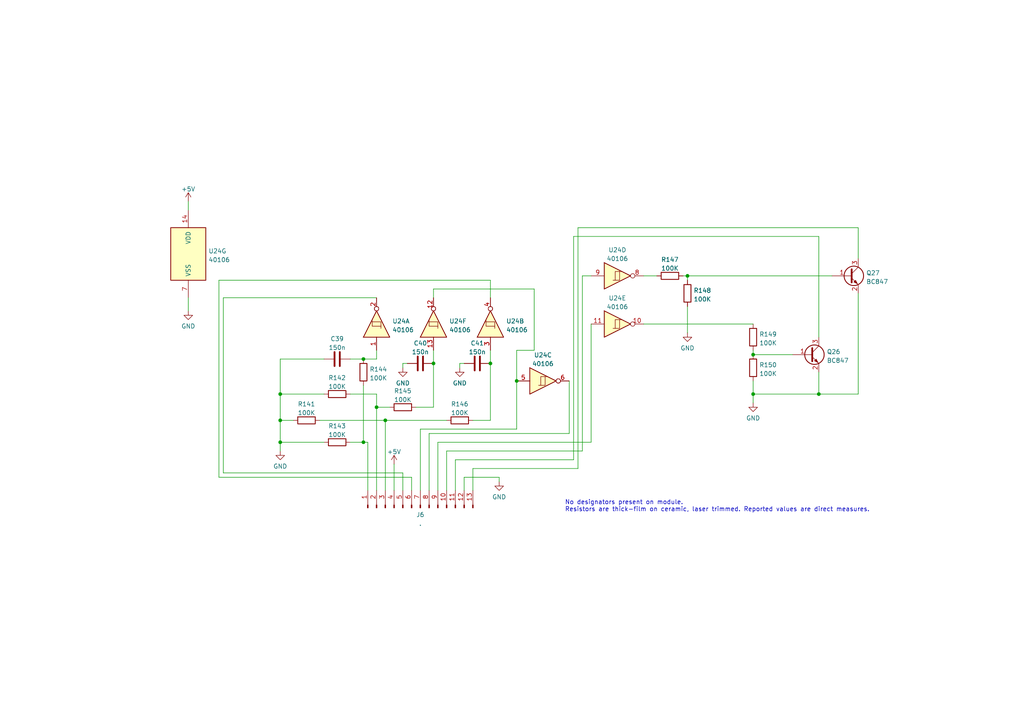
<source format=kicad_sch>
(kicad_sch (version 20231120) (generator "eeschema") (generator_version "8.0")
  (paper "A4")
  (lib_symbols
    (symbol "+5V_3" (power) (pin_names (offset 0))
      (property "Value" "+5V_3" (at 0 3.556 0))
      (symbol "+5V_3_0_1"
        (polyline (pts (xy -0.762 1.27) (xy 0 2.54)))
        (polyline (pts (xy 0 0) (xy 0 2.54)))
        (polyline (pts (xy 0 2.54) (xy 0.762 1.27)))
      )
      (symbol "+5V_3_1_1"
        (pin power_in line (at 0 0 90) (length 0) hide (name "+5V") (number "1"))
      )
    )
    (symbol "4xxx:40106" (pin_names (offset 1.016))
      (property "Reference" "U" (at 0 1.27 0))
      (property "Value" "40106" (at 0 -1.27 0))
      (symbol "40106_1_0"
        (polyline (pts (xy -0.635 -1.27) (xy -0.635 1.27) (xy 0.635 1.27)))
        (polyline (pts (xy -3.81 3.81) (xy -3.81 -3.81) (xy 3.81 0) (xy -3.81 3.81)) (stroke (width 0.254)) (fill (type background)))
        (polyline (pts (xy -1.27 -1.27) (xy 0.635 -1.27) (xy 0.635 1.27) (xy 1.27 1.27)))
        (pin input line (at -7.62 0 0) (length 3.81) (name "~") (number "1"))
        (pin output inverted (at 7.62 0 180) (length 3.81) (name "~") (number "2"))
      )
      (symbol "40106_2_0"
        (polyline (pts (xy -0.635 -1.27) (xy -0.635 1.27) (xy 0.635 1.27)))
        (polyline (pts (xy -3.81 3.81) (xy -3.81 -3.81) (xy 3.81 0) (xy -3.81 3.81)) (stroke (width 0.254)) (fill (type background)))
        (polyline (pts (xy -1.27 -1.27) (xy 0.635 -1.27) (xy 0.635 1.27) (xy 1.27 1.27)))
        (pin input line (at -7.62 0 0) (length 3.81) (name "~") (number "3"))
        (pin output inverted (at 7.62 0 180) (length 3.81) (name "~") (number "4"))
      )
      (symbol "40106_3_0"
        (polyline (pts (xy -0.635 -1.27) (xy -0.635 1.27) (xy 0.635 1.27)))
        (polyline (pts (xy -3.81 3.81) (xy -3.81 -3.81) (xy 3.81 0) (xy -3.81 3.81)) (stroke (width 0.254)) (fill (type background)))
        (polyline (pts (xy -1.27 -1.27) (xy 0.635 -1.27) (xy 0.635 1.27) (xy 1.27 1.27)))
        (pin input line (at -7.62 0 0) (length 3.81) (name "~") (number "5"))
        (pin output inverted (at 7.62 0 180) (length 3.81) (name "~") (number "6"))
      )
      (symbol "40106_4_0"
        (polyline (pts (xy -0.635 -1.27) (xy -0.635 1.27) (xy 0.635 1.27)))
        (polyline (pts (xy -3.81 3.81) (xy -3.81 -3.81) (xy 3.81 0) (xy -3.81 3.81)) (stroke (width 0.254)) (fill (type background)))
        (polyline (pts (xy -1.27 -1.27) (xy 0.635 -1.27) (xy 0.635 1.27) (xy 1.27 1.27)))
        (pin output inverted (at 7.62 0 180) (length 3.81) (name "~") (number "8"))
        (pin input line (at -7.62 0 0) (length 3.81) (name "~") (number "9"))
      )
      (symbol "40106_5_0"
        (polyline (pts (xy -0.635 -1.27) (xy -0.635 1.27) (xy 0.635 1.27)))
        (polyline (pts (xy -3.81 3.81) (xy -3.81 -3.81) (xy 3.81 0) (xy -3.81 3.81)) (stroke (width 0.254)) (fill (type background)))
        (polyline (pts (xy -1.27 -1.27) (xy 0.635 -1.27) (xy 0.635 1.27) (xy 1.27 1.27)))
        (pin output inverted (at 7.62 0 180) (length 3.81) (name "~") (number "10"))
        (pin input line (at -7.62 0 0) (length 3.81) (name "~") (number "11"))
      )
      (symbol "40106_6_0"
        (polyline (pts (xy -0.635 -1.27) (xy -0.635 1.27) (xy 0.635 1.27)))
        (polyline (pts (xy -3.81 3.81) (xy -3.81 -3.81) (xy 3.81 0) (xy -3.81 3.81)) (stroke (width 0.254)) (fill (type background)))
        (polyline (pts (xy -1.27 -1.27) (xy 0.635 -1.27) (xy 0.635 1.27) (xy 1.27 1.27)))
        (pin output inverted (at 7.62 0 180) (length 3.81) (name "~") (number "12"))
        (pin input line (at -7.62 0 0) (length 3.81) (name "~") (number "13"))
      )
      (symbol "40106_7_0"
        (pin power_in line (at 0 12.7 270) (length 5.08) (name "VDD") (number "14"))
        (pin power_in line (at 0 -12.7 90) (length 5.08) (name "VSS") (number "7"))
      )
      (symbol "40106_7_1"
        (rectangle (start -5.08 7.62) (end 5.08 -7.62) (stroke (width 0.254)) (fill (type background)))
      )
    )
    (symbol "Connector:Conn_01x13_Male" (pin_names (offset 1.016) hide)
      (property "Reference" "J" (at 0 17.78 0))
      (property "Value" "Conn_01x13_Male" (at 0 -17.78 0))
      (symbol "Conn_01x13_Male_1_1"
        (polyline (pts (xy 1.27 -15.24) (xy 0.8636 -15.24)) (stroke (width 0.1524)))
        (polyline (pts (xy 1.27 -12.7) (xy 0.8636 -12.7)) (stroke (width 0.1524)))
        (polyline (pts (xy 1.27 -10.16) (xy 0.8636 -10.16)) (stroke (width 0.1524)))
        (polyline (pts (xy 1.27 -7.62) (xy 0.8636 -7.62)) (stroke (width 0.1524)))
        (polyline (pts (xy 1.27 -5.08) (xy 0.8636 -5.08)) (stroke (width 0.1524)))
        (polyline (pts (xy 1.27 -2.54) (xy 0.8636 -2.54)) (stroke (width 0.1524)))
        (polyline (pts (xy 1.27 0) (xy 0.8636 0)) (stroke (width 0.1524)))
        (polyline (pts (xy 1.27 2.54) (xy 0.8636 2.54)) (stroke (width 0.1524)))
        (polyline (pts (xy 1.27 5.08) (xy 0.8636 5.08)) (stroke (width 0.1524)))
        (polyline (pts (xy 1.27 7.62) (xy 0.8636 7.62)) (stroke (width 0.1524)))
        (polyline (pts (xy 1.27 10.16) (xy 0.8636 10.16)) (stroke (width 0.1524)))
        (polyline (pts (xy 1.27 12.7) (xy 0.8636 12.7)) (stroke (width 0.1524)))
        (polyline (pts (xy 1.27 15.24) (xy 0.8636 15.24)) (stroke (width 0.1524)))
        (rectangle (start 0.8636 -15.113) (end 0 -15.367) (stroke (width 0.1524)) (fill (type outline)))
        (rectangle (start 0.8636 -12.573) (end 0 -12.827) (stroke (width 0.1524)) (fill (type outline)))
        (rectangle (start 0.8636 -10.033) (end 0 -10.287) (stroke (width 0.1524)) (fill (type outline)))
        (rectangle (start 0.8636 -7.493) (end 0 -7.747) (stroke (width 0.1524)) (fill (type outline)))
        (rectangle (start 0.8636 -4.953) (end 0 -5.207) (stroke (width 0.1524)) (fill (type outline)))
        (rectangle (start 0.8636 -2.413) (end 0 -2.667) (stroke (width 0.1524)) (fill (type outline)))
        (rectangle (start 0.8636 0.127) (end 0 -0.127) (stroke (width 0.1524)) (fill (type outline)))
        (rectangle (start 0.8636 2.667) (end 0 2.413) (stroke (width 0.1524)) (fill (type outline)))
        (rectangle (start 0.8636 5.207) (end 0 4.953) (stroke (width 0.1524)) (fill (type outline)))
        (rectangle (start 0.8636 7.747) (end 0 7.493) (stroke (width 0.1524)) (fill (type outline)))
        (rectangle (start 0.8636 10.287) (end 0 10.033) (stroke (width 0.1524)) (fill (type outline)))
        (rectangle (start 0.8636 12.827) (end 0 12.573) (stroke (width 0.1524)) (fill (type outline)))
        (rectangle (start 0.8636 15.367) (end 0 15.113) (stroke (width 0.1524)) (fill (type outline)))
        (pin passive line (at 5.08 15.24 180) (length 3.81) (name "Pin_1") (number "1"))
        (pin passive line (at 5.08 -7.62 180) (length 3.81) (name "Pin_10") (number "10"))
        (pin passive line (at 5.08 -10.16 180) (length 3.81) (name "Pin_11") (number "11"))
        (pin passive line (at 5.08 -12.7 180) (length 3.81) (name "Pin_12") (number "12"))
        (pin passive line (at 5.08 -15.24 180) (length 3.81) (name "Pin_13") (number "13"))
        (pin passive line (at 5.08 12.7 180) (length 3.81) (name "Pin_2") (number "2"))
        (pin passive line (at 5.08 10.16 180) (length 3.81) (name "Pin_3") (number "3"))
        (pin passive line (at 5.08 7.62 180) (length 3.81) (name "Pin_4") (number "4"))
        (pin passive line (at 5.08 5.08 180) (length 3.81) (name "Pin_5") (number "5"))
        (pin passive line (at 5.08 2.54 180) (length 3.81) (name "Pin_6") (number "6"))
        (pin passive line (at 5.08 0 180) (length 3.81) (name "Pin_7") (number "7"))
        (pin passive line (at 5.08 -2.54 180) (length 3.81) (name "Pin_8") (number "8"))
        (pin passive line (at 5.08 -5.08 180) (length 3.81) (name "Pin_9") (number "9"))
      )
    )
    (symbol "Device:C" (pin_numbers hide) (pin_names (offset 0.254))
      (property "Reference" "C" (at 0.635 2.54 0))
      (property "Value" "C" (at 0.635 -2.54 0))
      (symbol "C_0_1"
        (polyline (pts (xy -2.032 -0.762) (xy 2.032 -0.762)) (stroke (width 0.508)))
        (polyline (pts (xy -2.032 0.762) (xy 2.032 0.762)) (stroke (width 0.508)))
      )
      (symbol "C_1_1"
        (pin passive line (at 0 3.81 270) (length 2.794) (name "~") (number "1"))
        (pin passive line (at 0 -3.81 90) (length 2.794) (name "~") (number "2"))
      )
    )
    (symbol "Device:R" (pin_numbers hide) (pin_names (offset 0))
      (property "Reference" "R" (at 2.032 0 90))
      (property "Value" "R" (at 0 0 90))
      (symbol "R_0_1"
        (rectangle (start -1.016 -2.54) (end 1.016 2.54) (stroke (width 0.254)))
      )
      (symbol "R_1_1"
        (pin passive line (at 0 3.81 270) (length 1.27) (name "~") (number "1"))
        (pin passive line (at 0 -3.81 90) (length 1.27) (name "~") (number "2"))
      )
    )
    (symbol "GND_4" (power) (pin_names (offset 0))
      (property "Value" "GND_4" (at 0 -3.81 0))
      (symbol "GND_4_0_1"
        (polyline (pts (xy 0 0) (xy 0 -1.27) (xy 1.27 -1.27) (xy 0 -2.54) (xy -1.27 -1.27) (xy 0 -1.27)))
      )
      (symbol "GND_4_1_1"
        (pin power_in line (at 0 0 270) (length 0) hide (name "GND") (number "1"))
      )
    )
    (symbol "Transistor_BJT:BC847" (pin_names (offset 0) hide)
      (property "Reference" "Q" (at 5.08 1.905 0))
      (property "Value" "BC847" (at 5.08 0 0))
      (symbol "BC847_0_1"
        (polyline (pts (xy 0.635 0.635) (xy 2.54 2.54)))
        (polyline (pts (xy 0.635 -0.635) (xy 2.54 -2.54) (xy 2.54 -2.54)))
        (polyline (pts (xy 0.635 1.905) (xy 0.635 -1.905) (xy 0.635 -1.905)) (stroke (width 0.508)))
        (polyline (pts (xy 1.27 -1.778) (xy 1.778 -1.27) (xy 2.286 -2.286) (xy 1.27 -1.778) (xy 1.27 -1.778)) (fill (type outline)))
        (circle (center 1.27 0) (radius 2.8194) (stroke (width 0.254)))
      )
      (symbol "BC847_1_1"
        (pin input line (at -5.08 0 0) (length 5.715) (name "B") (number "1"))
        (pin passive line (at 2.54 -5.08 90) (length 2.54) (name "E") (number "2"))
        (pin passive line (at 2.54 5.08 270) (length 2.54) (name "C") (number "3"))
      )
    )
  )
  (junction (at 105.41 128.27))
  (junction (at 109.22 118.11))
  (junction (at 81.28 114.3))
  (junction (at 237.49 114.3))
  (junction (at 105.41 104.14))
  (junction (at 125.73 105.41))
  (junction (at 218.44 114.3))
  (junction (at 199.39 80.01))
  (junction (at 142.24 105.41))
  (junction (at 218.44 102.87))
  (junction (at 149.86 110.49))
  (junction (at 111.76 121.92))
  (junction (at 81.28 128.27))
  (junction (at 81.28 121.92))
  (wire (pts (xy 237.49 68.58) (xy 237.49 97.79)))
  (wire (pts (xy 137.16 135.89) (xy 137.16 142.24)))
  (wire (pts (xy 101.6 104.14) (xy 105.41 104.14)))
  (wire (pts (xy 116.84 106.68) (xy 116.84 105.41)))
  (wire (pts (xy 237.49 107.95) (xy 237.49 114.3)))
  (wire (pts (xy 199.39 88.9) (xy 199.39 96.52)))
  (wire (pts (xy 93.98 128.27) (xy 81.28 128.27)))
  (wire (pts (xy 165.1 125.73) (xy 165.1 110.49)))
  (wire (pts (xy 142.24 105.41) (xy 142.24 121.92)))
  (wire (pts (xy 109.22 118.11) (xy 109.22 142.24)))
  (wire (pts (xy 142.24 81.28) (xy 142.24 86.36)))
  (wire (pts (xy 81.28 104.14) (xy 81.28 114.3)))
  (wire (pts (xy 144.78 138.43) (xy 144.78 139.7)))
  (wire (pts (xy 105.41 104.14) (xy 109.22 104.14)))
  (wire (pts (xy 63.5 138.43) (xy 63.5 81.28)))
  (wire (pts (xy 129.54 121.92) (xy 111.76 121.92)))
  (wire (pts (xy 149.86 124.46) (xy 149.86 110.49)))
  (wire (pts (xy 218.44 114.3) (xy 218.44 116.84)))
  (wire (pts (xy 81.28 114.3) (xy 81.28 121.92)))
  (wire (pts (xy 248.92 66.04) (xy 167.64 66.04)))
  (wire (pts (xy 93.98 104.14) (xy 81.28 104.14)))
  (wire (pts (xy 248.92 74.93) (xy 248.92 66.04)))
  (wire (pts (xy 129.54 142.24) (xy 129.54 130.81)))
  (wire (pts (xy 171.45 93.98) (xy 171.45 128.27)))
  (wire (pts (xy 132.08 133.35) (xy 166.37 133.35)))
  (wire (pts (xy 118.11 105.41) (xy 116.84 105.41)))
  (wire (pts (xy 186.69 80.01) (xy 190.5 80.01)))
  (wire (pts (xy 116.84 137.16) (xy 116.84 142.24)))
  (wire (pts (xy 127 128.27) (xy 171.45 128.27)))
  (wire (pts (xy 64.77 86.36) (xy 64.77 137.16)))
  (wire (pts (xy 109.22 118.11) (xy 113.03 118.11)))
  (wire (pts (xy 167.64 135.89) (xy 137.16 135.89)))
  (wire (pts (xy 186.69 93.98) (xy 218.44 93.98)))
  (wire (pts (xy 154.94 83.82) (xy 154.94 101.6)))
  (wire (pts (xy 125.73 101.6) (xy 125.73 105.41)))
  (wire (pts (xy 119.38 138.43) (xy 63.5 138.43)))
  (wire (pts (xy 111.76 121.92) (xy 111.76 142.24)))
  (wire (pts (xy 125.73 105.41) (xy 125.73 118.11)))
  (wire (pts (xy 114.3 134.62) (xy 114.3 142.24)))
  (wire (pts (xy 134.62 105.41) (xy 133.35 105.41)))
  (wire (pts (xy 101.6 114.3) (xy 109.22 114.3)))
  (wire (pts (xy 81.28 121.92) (xy 81.28 128.27)))
  (wire (pts (xy 132.08 142.24) (xy 132.08 133.35)))
  (wire (pts (xy 199.39 80.01) (xy 199.39 81.28)))
  (wire (pts (xy 168.91 80.01) (xy 171.45 80.01)))
  (wire (pts (xy 134.62 138.43) (xy 144.78 138.43)))
  (wire (pts (xy 154.94 101.6) (xy 149.86 101.6)))
  (wire (pts (xy 168.91 80.01) (xy 168.91 130.81)))
  (wire (pts (xy 54.61 86.36) (xy 54.61 90.17)))
  (wire (pts (xy 237.49 114.3) (xy 248.92 114.3)))
  (wire (pts (xy 109.22 86.36) (xy 64.77 86.36)))
  (wire (pts (xy 121.92 124.46) (xy 149.86 124.46)))
  (wire (pts (xy 109.22 101.6) (xy 109.22 104.14)))
  (wire (pts (xy 120.65 118.11) (xy 125.73 118.11)))
  (wire (pts (xy 149.86 101.6) (xy 149.86 110.49)))
  (wire (pts (xy 133.35 106.68) (xy 133.35 105.41)))
  (wire (pts (xy 106.68 142.24) (xy 106.68 128.27)))
  (wire (pts (xy 167.64 66.04) (xy 167.64 135.89)))
  (wire (pts (xy 198.12 80.01) (xy 199.39 80.01)))
  (wire (pts (xy 125.73 86.36) (xy 125.73 83.82)))
  (wire (pts (xy 248.92 114.3) (xy 248.92 85.09)))
  (wire (pts (xy 127 142.24) (xy 127 128.27)))
  (wire (pts (xy 142.24 121.92) (xy 137.16 121.92)))
  (wire (pts (xy 105.41 111.76) (xy 105.41 128.27)))
  (wire (pts (xy 218.44 101.6) (xy 218.44 102.87)))
  (wire (pts (xy 218.44 102.87) (xy 229.87 102.87)))
  (wire (pts (xy 237.49 114.3) (xy 218.44 114.3)))
  (wire (pts (xy 121.92 142.24) (xy 121.92 124.46)))
  (wire (pts (xy 124.46 142.24) (xy 124.46 125.73)))
  (wire (pts (xy 109.22 114.3) (xy 109.22 118.11)))
  (wire (pts (xy 129.54 130.81) (xy 168.91 130.81)))
  (wire (pts (xy 54.61 58.42) (xy 54.61 60.96)))
  (wire (pts (xy 142.24 101.6) (xy 142.24 105.41)))
  (wire (pts (xy 166.37 133.35) (xy 166.37 68.58)))
  (wire (pts (xy 81.28 128.27) (xy 81.28 130.81)))
  (wire (pts (xy 218.44 110.49) (xy 218.44 114.3)))
  (wire (pts (xy 106.68 128.27) (xy 105.41 128.27)))
  (wire (pts (xy 119.38 142.24) (xy 119.38 138.43)))
  (wire (pts (xy 92.71 121.92) (xy 111.76 121.92)))
  (wire (pts (xy 134.62 138.43) (xy 134.62 142.24)))
  (wire (pts (xy 64.77 137.16) (xy 116.84 137.16)))
  (wire (pts (xy 166.37 68.58) (xy 237.49 68.58)))
  (wire (pts (xy 199.39 80.01) (xy 241.3 80.01)))
  (wire (pts (xy 63.5 81.28) (xy 142.24 81.28)))
  (wire (pts (xy 105.41 128.27) (xy 101.6 128.27)))
  (wire (pts (xy 125.73 83.82) (xy 154.94 83.82)))
  (wire (pts (xy 81.28 114.3) (xy 93.98 114.3)))
  (wire (pts (xy 124.46 125.73) (xy 165.1 125.73)))
  (wire (pts (xy 81.28 121.92) (xy 85.09 121.92)))
  (text "No designators present on module.\nResistors are thick-film on ceramic, laser trimmed. Reported values are direct measures." (at 163.83 148.59 0) (effects (font (size 1.27 1.27)) (justify left bottom)))
  (symbol (lib_name "GND_4") (lib_id "power:GND") (at 116.84 106.68 0) (unit 1)
    (property "Reference" "#PWR0269" (effects (hide yes)))
    (property "Value" "GND" (at 116.84 111.1234 0))
  )
  (symbol (lib_name "GND_4") (lib_id "power:GND") (at 199.39 96.52 0) (unit 1)
    (property "Reference" "#PWR0272" (effects (hide yes)))
    (property "Value" "GND" (at 199.39 100.9634 0))
  )
  (symbol (lib_id "Device:R") (at 133.35 121.92 270) (unit 1)
    (property "Reference" "R146" (at 133.35 117.2042 90))
    (property "Value" "100K" (at 133.35 119.7411 90))
  )
  (symbol (lib_name "GND_4") (lib_id "power:GND") (at 54.61 90.17 0) (unit 1)
    (property "Reference" "#PWR0266" (effects (hide yes)))
    (property "Value" "GND" (at 54.61 94.6134 0))
  )
  (symbol (lib_id "4xxx:40106") (at 157.48 110.49 0) (unit 3)
    (property "Reference" "U24" (at 157.48 102.9802 0))
    (property "Value" "40106" (at 157.48 105.5171 0))
    (property "Datasheet" "https://assets.nexperia.com/documents/data-sheet/HEF40106B.pdf" (effects (hide yes)))
  )
  (symbol (lib_name "GND_4") (lib_id "power:GND") (at 133.35 106.68 0) (unit 1)
    (property "Reference" "#PWR0270" (effects (hide yes)))
    (property "Value" "GND" (at 133.35 111.1234 0))
  )
  (symbol (lib_name "+5V_3") (lib_id "power:+5V") (at 54.61 58.42 0) (unit 1)
    (property "Reference" "#PWR0265" (effects (hide yes)))
    (property "Value" "+5V" (at 54.61 54.8442 0))
  )
  (symbol (lib_id "Device:R") (at 116.84 118.11 270) (unit 1)
    (property "Reference" "R145" (at 116.84 113.3942 90))
    (property "Value" "100K" (at 116.84 115.9311 90))
  )
  (symbol (lib_id "Device:R") (at 194.31 80.01 90) (unit 1)
    (property "Reference" "R147" (at 194.31 75.2942 90))
    (property "Value" "100K" (at 194.31 77.8311 90))
  )
  (symbol (lib_id "Device:R") (at 218.44 106.68 0) (unit 1)
    (property "Reference" "R150" (at 220.218 105.8453 0) (effects (justify left)))
    (property "Value" "100K" (at 220.218 108.3822 0) (effects (justify left)))
  )
  (symbol (lib_id "Device:R") (at 88.9 121.92 90) (unit 1)
    (property "Reference" "R141" (at 88.9 117.2042 90))
    (property "Value" "100K" (at 88.9 119.7411 90))
  )
  (symbol (lib_id "4xxx:40106") (at 109.22 93.98 90) (unit 1)
    (property "Reference" "U24" (at 113.792 93.1453 90) (effects (justify right)))
    (property "Value" "40106" (at 113.792 95.6822 90) (effects (justify right)))
    (property "Datasheet" "https://assets.nexperia.com/documents/data-sheet/HEF40106B.pdf" (effects (hide yes)))
  )
  (symbol (lib_name "GND_4") (lib_id "power:GND") (at 218.44 116.84 0) (unit 1)
    (property "Reference" "#PWR0273" (effects (hide yes)))
    (property "Value" "GND" (at 218.44 121.2834 0))
  )
  (symbol (lib_id "4xxx:40106") (at 142.24 93.98 90) (unit 2)
    (property "Reference" "U24" (at 146.812 93.1453 90) (effects (justify right)))
    (property "Value" "40106" (at 146.812 95.6822 90) (effects (justify right)))
    (property "Datasheet" "https://assets.nexperia.com/documents/data-sheet/HEF40106B.pdf" (effects (hide yes)))
  )
  (symbol (lib_id "4xxx:40106") (at 179.07 93.98 0) (unit 5)
    (property "Reference" "U24" (at 179.07 86.4702 0))
    (property "Value" "40106" (at 179.07 89.0071 0))
    (property "Datasheet" "https://assets.nexperia.com/documents/data-sheet/HEF40106B.pdf" (effects (hide yes)))
  )
  (symbol (lib_id "Device:R") (at 97.79 128.27 90) (unit 1)
    (property "Reference" "R143" (at 97.79 123.5542 90))
    (property "Value" "100K" (at 97.79 126.0911 90))
  )
  (symbol (lib_id "Device:R") (at 218.44 97.79 0) (unit 1)
    (property "Reference" "R149" (at 220.218 96.9553 0) (effects (justify left)))
    (property "Value" "100K" (at 220.218 99.4922 0) (effects (justify left)))
  )
  (symbol (lib_id "4xxx:40106") (at 54.61 73.66 0) (unit 7)
    (property "Reference" "U24" (at 60.452 72.8253 0) (effects (justify left)))
    (property "Value" "40106" (at 60.452 75.3622 0) (effects (justify left)))
    (property "Datasheet" "https://assets.nexperia.com/documents/data-sheet/HEF40106B.pdf" (effects (hide yes)))
  )
  (symbol (lib_name "GND_4") (lib_id "power:GND") (at 81.28 130.81 0) (unit 1)
    (property "Reference" "#PWR0267" (effects (hide yes)))
    (property "Value" "GND" (at 81.28 135.2534 0))
  )
  (symbol (lib_id "Connector:Conn_01x13_Male") (at 121.92 147.32 90) (unit 1)
    (property "Reference" "J6" (at 121.92 149.2996 90))
    (property "Value" "." (at 121.92 151.8365 90))
  )
  (symbol (lib_id "Transistor_BJT:BC847") (at 246.38 80.01 0) (unit 1)
    (property "Reference" "Q27" (at 251.2314 79.1753 0) (effects (justify left)))
    (property "Value" "BC847" (at 251.2314 81.7122 0) (effects (justify left)))
    (property "Footprint" "Package_TO_SOT_SMD:SOT-23" (effects (hide yes)))
    (property "Datasheet" "http://www.infineon.com/dgdl/Infineon-BC847SERIES_BC848SERIES_BC849SERIES_BC850SERIES-DS-v01_01-en.pdf?fileId=db3a304314dca389011541d4630a1657" (effects (hide yes)))
  )
  (symbol (lib_id "Device:R") (at 97.79 114.3 90) (unit 1)
    (property "Reference" "R142" (at 97.79 109.5842 90))
    (property "Value" "100K" (at 97.79 112.1211 90))
  )
  (symbol (lib_name "GND_4") (lib_id "power:GND") (at 144.78 139.7 0) (unit 1)
    (property "Reference" "#PWR0271" (effects (hide yes)))
    (property "Value" "GND" (at 144.78 144.1434 0))
  )
  (symbol (lib_id "4xxx:40106") (at 125.73 93.98 90) (unit 6)
    (property "Reference" "U24" (at 130.302 93.1453 90) (effects (justify right)))
    (property "Value" "40106" (at 130.302 95.6822 90) (effects (justify right)))
    (property "Datasheet" "https://assets.nexperia.com/documents/data-sheet/HEF40106B.pdf" (effects (hide yes)))
  )
  (symbol (lib_id "Device:C") (at 138.43 105.41 90) (unit 1)
    (property "Reference" "C41" (at 138.43 99.5512 90))
    (property "Value" "150n" (at 138.43 102.0881 90))
  )
  (symbol (lib_id "Device:R") (at 199.39 85.09 0) (unit 1)
    (property "Reference" "R148" (at 201.168 84.2553 0) (effects (justify left)))
    (property "Value" "100K" (at 201.168 86.7922 0) (effects (justify left)))
  )
  (symbol (lib_id "Transistor_BJT:BC847") (at 234.95 102.87 0) (unit 1)
    (property "Reference" "Q26" (at 239.8014 102.0353 0) (effects (justify left)))
    (property "Value" "BC847" (at 239.8014 104.5722 0) (effects (justify left)))
    (property "Footprint" "Package_TO_SOT_SMD:SOT-23" (effects (hide yes)))
    (property "Datasheet" "http://www.infineon.com/dgdl/Infineon-BC847SERIES_BC848SERIES_BC849SERIES_BC850SERIES-DS-v01_01-en.pdf?fileId=db3a304314dca389011541d4630a1657" (effects (hide yes)))
  )
  (symbol (lib_id "4xxx:40106") (at 179.07 80.01 0) (unit 4)
    (property "Reference" "U24" (at 179.07 72.5002 0))
    (property "Value" "40106" (at 179.07 75.0371 0))
    (property "Datasheet" "https://assets.nexperia.com/documents/data-sheet/HEF40106B.pdf" (effects (hide yes)))
  )
  (symbol (lib_id "Device:C") (at 121.92 105.41 90) (unit 1)
    (property "Reference" "C40" (at 121.92 99.5512 90))
    (property "Value" "150n" (at 121.92 102.0881 90))
  )
  (symbol (lib_id "Device:R") (at 105.41 107.95 180) (unit 1)
    (property "Reference" "R144" (at 107.188 107.1153 0) (effects (justify right)))
    (property "Value" "100K" (at 107.188 109.6522 0) (effects (justify right)))
  )
  (symbol (lib_name "+5V_3") (lib_id "power:+5V") (at 114.3 134.62 0) (unit 1)
    (property "Reference" "#PWR0268" (effects (hide yes)))
    (property "Value" "+5V" (at 114.3 131.0442 0))
  )
  (symbol (lib_id "Device:C") (at 97.79 104.14 90) (unit 1)
    (property "Reference" "C39" (at 97.79 98.2812 90))
    (property "Value" "150n" (at 97.79 100.8181 90))
  )
)
</source>
